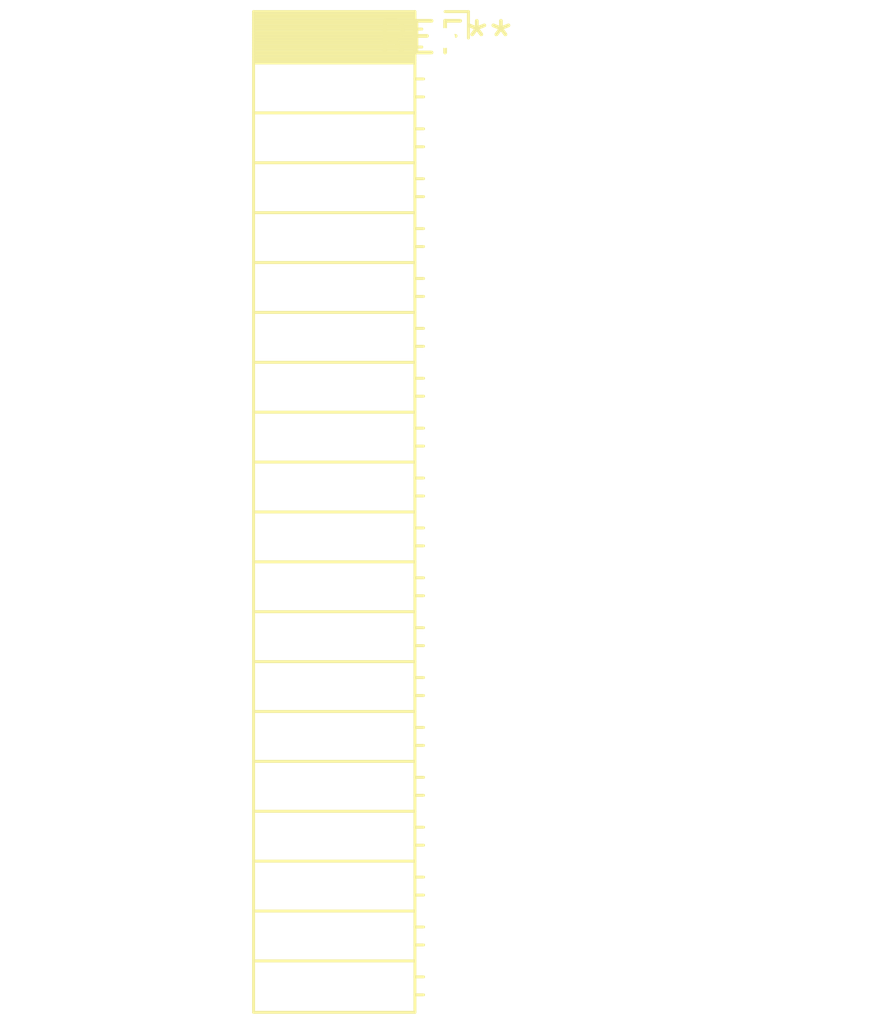
<source format=kicad_pcb>
(kicad_pcb (version 20240108) (generator pcbnew)
  (layers (0 "F.Cu" signal) (31 "B.Cu" signal) (34 "B.Paste" user) (35 "F.Paste" user) (36 "B.SilkS" user "B.Silkscreen") (37 "F.SilkS" user "F.Silkscreen") (38 "B.Mask" user) (39 "F.Mask" user) (44 "Edge.Cuts" user))
  (net 0 "")
  (footprint "PinSocket_1x20_P2.00mm_Horizontal" (layer "F.Cu") (at 0 0)
    (property "Reference" "REF**")
    (property "Value" "PinSocket_1x20_P2.00mm_Horizontal")
    (fp_line (start -7.68 -1.06) (end -7.68 39.06) (layer "F.SilkS") (stroke (width 0.12)))
    (fp_line (start -7.68 -1.06) (end -1.21 -1.06) (layer "F.SilkS") (stroke (width 0.12)))
    (fp_line (start -7.68 -0.94) (end -1.21 -0.94) (layer "F.SilkS") (stroke (width 0.12)))
    (fp_line (start -7.68 -0.825882) (end -1.21 -0.825882) (layer "F.SilkS") (stroke (width 0.12)))
    (fp_line (start -7.68 -0.711764) (end -1.21 -0.711764) (layer "F.SilkS") (stroke (width 0.12)))
    (fp_line (start -7.68 -0.597646) (end -1.21 -0.597646) (layer "F.SilkS") (stroke (width 0.12)))
    (fp_line (start -7.68 -0.483528) (end -1.21 -0.483528) (layer "F.SilkS") (stroke (width 0.12)))
    (fp_line (start -7.68 -0.36941) (end -1.21 -0.36941) (layer "F.SilkS") (stroke (width 0.12)))
    (fp_line (start -7.68 -0.255292) (end -1.21 -0.255292) (layer "F.SilkS") (stroke (width 0.12)))
    (fp_line (start -7.68 -0.141174) (end -1.21 -0.141174) (layer "F.SilkS") (stroke (width 0.12)))
    (fp_line (start -7.68 -0.027056) (end -1.21 -0.027056) (layer "F.SilkS") (stroke (width 0.12)))
    (fp_line (start -7.68 0.087062) (end -1.21 0.087062) (layer "F.SilkS") (stroke (width 0.12)))
    (fp_line (start -7.68 0.20118) (end -1.21 0.20118) (layer "F.SilkS") (stroke (width 0.12)))
    (fp_line (start -7.68 0.315298) (end -1.21 0.315298) (layer "F.SilkS") (stroke (width 0.12)))
    (fp_line (start -7.68 0.429416) (end -1.21 0.429416) (layer "F.SilkS") (stroke (width 0.12)))
    (fp_line (start -7.68 0.543534) (end -1.21 0.543534) (layer "F.SilkS") (stroke (width 0.12)))
    (fp_line (start -7.68 0.657652) (end -1.21 0.657652) (layer "F.SilkS") (stroke (width 0.12)))
    (fp_line (start -7.68 0.77177) (end -1.21 0.77177) (layer "F.SilkS") (stroke (width 0.12)))
    (fp_line (start -7.68 0.885888) (end -1.21 0.885888) (layer "F.SilkS") (stroke (width 0.12)))
    (fp_line (start -7.68 1) (end -1.21 1) (layer "F.SilkS") (stroke (width 0.12)))
    (fp_line (start -7.68 3) (end -1.21 3) (layer "F.SilkS") (stroke (width 0.12)))
    (fp_line (start -7.68 5) (end -1.21 5) (layer "F.SilkS") (stroke (width 0.12)))
    (fp_line (start -7.68 7) (end -1.21 7) (layer "F.SilkS") (stroke (width 0.12)))
    (fp_line (start -7.68 9) (end -1.21 9) (layer "F.SilkS") (stroke (width 0.12)))
    (fp_line (start -7.68 11) (end -1.21 11) (layer "F.SilkS") (stroke (width 0.12)))
    (fp_line (start -7.68 13) (end -1.21 13) (layer "F.SilkS") (stroke (width 0.12)))
    (fp_line (start -7.68 15) (end -1.21 15) (layer "F.SilkS") (stroke (width 0.12)))
    (fp_line (start -7.68 17) (end -1.21 17) (layer "F.SilkS") (stroke (width 0.12)))
    (fp_line (start -7.68 19) (end -1.21 19) (layer "F.SilkS") (stroke (width 0.12)))
    (fp_line (start -7.68 21) (end -1.21 21) (layer "F.SilkS") (stroke (width 0.12)))
    (fp_line (start -7.68 23) (end -1.21 23) (layer "F.SilkS") (stroke (width 0.12)))
    (fp_line (start -7.68 25) (end -1.21 25) (layer "F.SilkS") (stroke (width 0.12)))
    (fp_line (start -7.68 27) (end -1.21 27) (layer "F.SilkS") (stroke (width 0.12)))
    (fp_line (start -7.68 29) (end -1.21 29) (layer "F.SilkS") (stroke (width 0.12)))
    (fp_line (start -7.68 31) (end -1.21 31) (layer "F.SilkS") (stroke (width 0.12)))
    (fp_line (start -7.68 33) (end -1.21 33) (layer "F.SilkS") (stroke (width 0.12)))
    (fp_line (start -7.68 35) (end -1.21 35) (layer "F.SilkS") (stroke (width 0.12)))
    (fp_line (start -7.68 37) (end -1.21 37) (layer "F.SilkS") (stroke (width 0.12)))
    (fp_line (start -7.68 39.06) (end -1.21 39.06) (layer "F.SilkS") (stroke (width 0.12)))
    (fp_line (start -1.21 -1.06) (end -1.21 39.06) (layer "F.SilkS") (stroke (width 0.12)))
    (fp_line (start -1.21 -0.36) (end -0.935 -0.36) (layer "F.SilkS") (stroke (width 0.12)))
    (fp_line (start -1.21 0.36) (end -0.935 0.36) (layer "F.SilkS") (stroke (width 0.12)))
    (fp_line (start -1.21 1.64) (end -0.862917 1.64) (layer "F.SilkS") (stroke (width 0.12)))
    (fp_line (start -1.21 2.36) (end -0.862917 2.36) (layer "F.SilkS") (stroke (width 0.12)))
    (fp_line (start -1.21 3.64) (end -0.862917 3.64) (layer "F.SilkS") (stroke (width 0.12)))
    (fp_line (start -1.21 4.36) (end -0.862917 4.36) (layer "F.SilkS") (stroke (width 0.12)))
    (fp_line (start -1.21 5.64) (end -0.862917 5.64) (layer "F.SilkS") (stroke (width 0.12)))
    (fp_line (start -1.21 6.36) (end -0.862917 6.36) (layer "F.SilkS") (stroke (width 0.12)))
    (fp_line (start -1.21 7.64) (end -0.862917 7.64) (layer "F.SilkS") (stroke (width 0.12)))
    (fp_line (start -1.21 8.36) (end -0.862917 8.36) (layer "F.SilkS") (stroke (width 0.12)))
    (fp_line (start -1.21 9.64) (end -0.862917 9.64) (layer "F.SilkS") (stroke (width 0.12)))
    (fp_line (start -1.21 10.36) (end -0.862917 10.36) (layer "F.SilkS") (stroke (width 0.12)))
    (fp_line (start -1.21 11.64) (end -0.862917 11.64) (layer "F.SilkS") (stroke (width 0.12)))
    (fp_line (start -1.21 12.36) (end -0.862917 12.36) (layer "F.SilkS") (stroke (width 0.12)))
    (fp_line (start -1.21 13.64) (end -0.862917 13.64) (layer "F.SilkS") (stroke (width 0.12)))
    (fp_line (start -1.21 14.36) (end -0.862917 14.36) (layer "F.SilkS") (stroke (width 0.12)))
    (fp_line (start -1.21 15.64) (end -0.862917 15.64) (layer "F.SilkS") (stroke (width 0.12)))
    (fp_line (start -1.21 16.36) (end -0.862917 16.36) (layer "F.SilkS") (stroke (width 0.12)))
    (fp_line (start -1.21 17.64) (end -0.862917 17.64) (layer "F.SilkS") (stroke (width 0.12)))
    (fp_line (start -1.21 18.36) (end -0.862917 18.36) (layer "F.SilkS") (stroke (width 0.12)))
    (fp_line (start -1.21 19.64) (end -0.862917 19.64) (layer "F.SilkS") (stroke (width 0.12)))
    (fp_line (start -1.21 20.36) (end -0.862917 20.36) (layer "F.SilkS") (stroke (width 0.12)))
    (fp_line (start -1.21 21.64) (end -0.862917 21.64) (layer "F.SilkS") (stroke (width 0.12)))
    (fp_line (start -1.21 22.36) (end -0.862917 22.36) (layer "F.SilkS") (stroke (width 0.12)))
    (fp_line (start -1.21 23.64) (end -0.862917 23.64) (layer "F.SilkS") (stroke (width 0.12)))
    (fp_line (start -1.21 24.36) (end -0.862917 24.36) (layer "F.SilkS") (stroke (width 0.12)))
    (fp_line (start -1.21 25.64) (end -0.862917 25.64) (layer "F.SilkS") (stroke (width 0.12)))
    (fp_line (start -1.21 26.36) (end -0.862917 26.36) (layer "F.SilkS") (stroke (width 0.12)))
    (fp_line (start -1.21 27.64) (end -0.862917 27.64) (layer "F.SilkS") (stroke (width 0.12)))
    (fp_line (start -1.21 28.36) (end -0.862917 28.36) (layer "F.SilkS") (stroke (width 0.12)))
    (fp_line (start -1.21 29.64) (end -0.862917 29.64) (layer "F.SilkS") (stroke (width 0.12)))
    (fp_line (start -1.21 30.36) (end -0.862917 30.36) (layer "F.SilkS") (stroke (width 0.12)))
    (fp_line (start -1.21 31.64) (end -0.862917 31.64) (layer "F.SilkS") (stroke (width 0.12)))
    (fp_line (start -1.21 32.36) (end -0.862917 32.36) (layer "F.SilkS") (stroke (width 0.12)))
    (fp_line (start -1.21 33.64) (end -0.862917 33.64) (layer "F.SilkS") (stroke (width 0.12)))
    (fp_line (start -1.21 34.36) (end -0.862917 34.36) (layer "F.SilkS") (stroke (width 0.12)))
    (fp_line (start -1.21 35.64) (end -0.862917 35.64) (layer "F.SilkS") (stroke (width 0.12)))
    (fp_line (start -1.21 36.36) (end -0.862917 36.36) (layer "F.SilkS") (stroke (width 0.12)))
    (fp_line (start -1.21 37.64) (end -0.862917 37.64) (layer "F.SilkS") (stroke (width 0.12)))
    (fp_line (start -1.21 38.36) (end -0.862917 38.36) (layer "F.SilkS") (stroke (width 0.12)))
    (fp_line (start 0 -1.06) (end 0.935 -1.06) (layer "F.SilkS") (stroke (width 0.12)))
    (fp_line (start 0.935 -1.06) (end 0.935 0) (layer "F.SilkS") (stroke (width 0.12)))
    (pad "1" thru_hole rect (at 0 0) (size 1.35 1.35) (drill 0.8) (layers *.Cu *.Mask) (remove_unused_layers))
    (pad "2" thru_hole oval (at 0 2) (size 1.35 1.35) (drill 0.8) (layers *.Cu *.Mask) (remove_unused_layers))
    (pad "3" thru_hole oval (at 0 4) (size 1.35 1.35) (drill 0.8) (layers *.Cu *.Mask) (remove_unused_layers))
    (pad "4" thru_hole oval (at 0 6) (size 1.35 1.35) (drill 0.8) (layers *.Cu *.Mask) (remove_unused_layers))
    (pad "5" thru_hole oval (at 0 8) (size 1.35 1.35) (drill 0.8) (layers *.Cu *.Mask) (remove_unused_layers))
    (pad "6" thru_hole oval (at 0 10) (size 1.35 1.35) (drill 0.8) (layers *.Cu *.Mask) (remove_unused_layers))
    (pad "7" thru_hole oval (at 0 12) (size 1.35 1.35) (drill 0.8) (layers *.Cu *.Mask) (remove_unused_layers))
    (pad "8" thru_hole oval (at 0 14) (size 1.35 1.35) (drill 0.8) (layers *.Cu *.Mask) (remove_unused_layers))
    (pad "9" thru_hole oval (at 0 16) (size 1.35 1.35) (drill 0.8) (layers *.Cu *.Mask) (remove_unused_layers))
    (pad "10" thru_hole oval (at 0 18) (size 1.35 1.35) (drill 0.8) (layers *.Cu *.Mask) (remove_unused_layers))
    (pad "11" thru_hole oval (at 0 20) (size 1.35 1.35) (drill 0.8) (layers *.Cu *.Mask) (remove_unused_layers))
    (pad "12" thru_hole oval (at 0 22) (size 1.35 1.35) (drill 0.8) (layers *.Cu *.Mask) (remove_unused_layers))
    (pad "13" thru_hole oval (at 0 24) (size 1.35 1.35) (drill 0.8) (layers *.Cu *.Mask) (remove_unused_layers))
    (pad "14" thru_hole oval (at 0 26) (size 1.35 1.35) (drill 0.8) (layers *.Cu *.Mask) (remove_unused_layers))
    (pad "15" thru_hole oval (at 0 28) (size 1.35 1.35) (drill 0.8) (layers *.Cu *.Mask) (remove_unused_layers))
    (pad "16" thru_hole oval (at 0 30) (size 1.35 1.35) (drill 0.8) (layers *.Cu *.Mask) (remove_unused_layers))
    (pad "17" thru_hole oval (at 0 32) (size 1.35 1.35) (drill 0.8) (layers *.Cu *.Mask) (remove_unused_layers))
    (pad "18" thru_hole oval (at 0 34) (size 1.35 1.35) (drill 0.8) (layers *.Cu *.Mask) (remove_unused_layers))
    (pad "19" thru_hole oval (at 0 36) (size 1.35 1.35) (drill 0.8) (layers *.Cu *.Mask) (remove_unused_layers))
    (pad "20" thru_hole oval (at 0 38) (size 1.35 1.35) (drill 0.8) (layers *.Cu *.Mask) (remove_unused_layers))
  )
)
</source>
